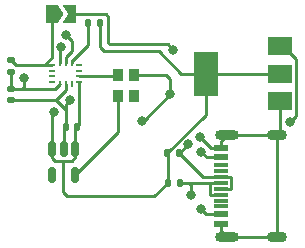
<source format=gbr>
%TF.GenerationSoftware,KiCad,Pcbnew,(6.0.7)*%
%TF.CreationDate,2025-06-10T03:21:35+09:00*%
%TF.ProjectId,AvatarSense,41766174-6172-4536-956e-73652e6b6963,rev?*%
%TF.SameCoordinates,Original*%
%TF.FileFunction,Copper,L1,Top*%
%TF.FilePolarity,Positive*%
%FSLAX46Y46*%
G04 Gerber Fmt 4.6, Leading zero omitted, Abs format (unit mm)*
G04 Created by KiCad (PCBNEW (6.0.7)) date 2025-06-10 03:21:35*
%MOMM*%
%LPD*%
G01*
G04 APERTURE LIST*
G04 Aperture macros list*
%AMRoundRect*
0 Rectangle with rounded corners*
0 $1 Rounding radius*
0 $2 $3 $4 $5 $6 $7 $8 $9 X,Y pos of 4 corners*
0 Add a 4 corners polygon primitive as box body*
4,1,4,$2,$3,$4,$5,$6,$7,$8,$9,$2,$3,0*
0 Add four circle primitives for the rounded corners*
1,1,$1+$1,$2,$3*
1,1,$1+$1,$4,$5*
1,1,$1+$1,$6,$7*
1,1,$1+$1,$8,$9*
0 Add four rect primitives between the rounded corners*
20,1,$1+$1,$2,$3,$4,$5,0*
20,1,$1+$1,$4,$5,$6,$7,0*
20,1,$1+$1,$6,$7,$8,$9,0*
20,1,$1+$1,$8,$9,$2,$3,0*%
%AMFreePoly0*
4,1,6,1.000000,0.000000,0.500000,-0.750000,-0.500000,-0.750000,-0.500000,0.750000,0.500000,0.750000,1.000000,0.000000,1.000000,0.000000,$1*%
%AMFreePoly1*
4,1,6,0.500000,-0.750000,-0.650000,-0.750000,-0.150000,0.000000,-0.650000,0.750000,0.500000,0.750000,0.500000,-0.750000,0.500000,-0.750000,$1*%
G04 Aperture macros list end*
%TA.AperFunction,SMDPad,CuDef*%
%ADD10FreePoly0,0.000000*%
%TD*%
%TA.AperFunction,SMDPad,CuDef*%
%ADD11FreePoly1,0.000000*%
%TD*%
%TA.AperFunction,SMDPad,CuDef*%
%ADD12R,1.160000X0.600000*%
%TD*%
%TA.AperFunction,SMDPad,CuDef*%
%ADD13R,1.160000X0.300000*%
%TD*%
%TA.AperFunction,ComponentPad*%
%ADD14O,2.000000X0.900000*%
%TD*%
%TA.AperFunction,ComponentPad*%
%ADD15O,1.700000X0.900000*%
%TD*%
%TA.AperFunction,SMDPad,CuDef*%
%ADD16RoundRect,0.140000X-0.170000X0.140000X-0.170000X-0.140000X0.170000X-0.140000X0.170000X0.140000X0*%
%TD*%
%TA.AperFunction,SMDPad,CuDef*%
%ADD17RoundRect,0.135000X0.135000X0.185000X-0.135000X0.185000X-0.135000X-0.185000X0.135000X-0.185000X0*%
%TD*%
%TA.AperFunction,SMDPad,CuDef*%
%ADD18RoundRect,0.135000X-0.135000X-0.185000X0.135000X-0.185000X0.135000X0.185000X-0.135000X0.185000X0*%
%TD*%
%TA.AperFunction,SMDPad,CuDef*%
%ADD19RoundRect,0.140000X0.140000X0.170000X-0.140000X0.170000X-0.140000X-0.170000X0.140000X-0.170000X0*%
%TD*%
%TA.AperFunction,SMDPad,CuDef*%
%ADD20R,0.475000X0.250000*%
%TD*%
%TA.AperFunction,SMDPad,CuDef*%
%ADD21R,0.250000X0.475000*%
%TD*%
%TA.AperFunction,SMDPad,CuDef*%
%ADD22RoundRect,0.150000X-0.150000X0.512500X-0.150000X-0.512500X0.150000X-0.512500X0.150000X0.512500X0*%
%TD*%
%TA.AperFunction,SMDPad,CuDef*%
%ADD23R,0.900000X1.100000*%
%TD*%
%TA.AperFunction,SMDPad,CuDef*%
%ADD24RoundRect,0.135000X0.185000X-0.135000X0.185000X0.135000X-0.185000X0.135000X-0.185000X-0.135000X0*%
%TD*%
%TA.AperFunction,SMDPad,CuDef*%
%ADD25R,2.000000X1.500000*%
%TD*%
%TA.AperFunction,SMDPad,CuDef*%
%ADD26R,2.000000X3.800000*%
%TD*%
%TA.AperFunction,ViaPad*%
%ADD27C,0.800000*%
%TD*%
%TA.AperFunction,Conductor*%
%ADD28C,0.250000*%
%TD*%
G04 APERTURE END LIST*
D10*
%TO.P,JP1,1,A*%
%TO.N,Net-(JP1-Pad1)*%
X118875000Y-110000000D03*
D11*
%TO.P,JP1,2,B*%
%TO.N,GND*%
X120325000Y-110000000D03*
%TD*%
D12*
%TO.P,J3,A1,GND*%
%TO.N,GND*%
X133115000Y-127700000D03*
%TO.P,J3,A4,VBUS*%
%TO.N,Net-(U3-Pad3)*%
X133115000Y-126900000D03*
D13*
%TO.P,J3,A5,CC1*%
%TO.N,unconnected-(J3-PadA5)*%
X133115000Y-125750000D03*
%TO.P,J3,A6,D+*%
%TO.N,SCL*%
X133115000Y-124750000D03*
%TO.P,J3,A7,D-*%
%TO.N,SDA*%
X133115000Y-124250000D03*
%TO.P,J3,A8,SBU1*%
%TO.N,unconnected-(J3-PadA8)*%
X133115000Y-123250000D03*
D12*
%TO.P,J3,A9,VBUS*%
%TO.N,Net-(U3-Pad3)*%
X133115000Y-122100000D03*
%TO.P,J3,A12,GND*%
%TO.N,GND*%
X133115000Y-121300000D03*
%TO.P,J3,B1,GND*%
X133115000Y-121300000D03*
%TO.P,J3,B4,VBUS*%
%TO.N,Net-(U3-Pad3)*%
X133115000Y-122100000D03*
D13*
%TO.P,J3,B5,CC2*%
%TO.N,unconnected-(J3-PadB5)*%
X133115000Y-122750000D03*
%TO.P,J3,B6,D+*%
%TO.N,SCL*%
X133115000Y-123750000D03*
%TO.P,J3,B7,D-*%
%TO.N,SDA*%
X133115000Y-125250000D03*
%TO.P,J3,B8,SBU2*%
%TO.N,unconnected-(J3-PadB8)*%
X133115000Y-126250000D03*
D12*
%TO.P,J3,B9,VBUS*%
%TO.N,Net-(U3-Pad3)*%
X133115000Y-126900000D03*
%TO.P,J3,B12,GND*%
%TO.N,GND*%
X133115000Y-127700000D03*
D14*
%TO.P,J3,S1,SHIELD*%
X133695000Y-120180000D03*
D15*
X137865000Y-128820000D03*
X137865000Y-120180000D03*
D14*
X133695000Y-128820000D03*
%TD*%
D16*
%TO.P,C8,1*%
%TO.N,+3V3*%
X115375000Y-116290000D03*
%TO.P,C8,2*%
%TO.N,GND*%
X115375000Y-117250000D03*
%TD*%
D17*
%TO.P,R16,1*%
%TO.N,SDA*%
X129645000Y-124250000D03*
%TO.P,R16,2*%
%TO.N,+3V3*%
X128625000Y-124250000D03*
%TD*%
D18*
%TO.P,R14,1*%
%TO.N,Net-(R14-Pad1)*%
X121855000Y-110750000D03*
%TO.P,R14,2*%
%TO.N,+3V3*%
X122875000Y-110750000D03*
%TD*%
D19*
%TO.P,C7,1*%
%TO.N,+3V3*%
X120960000Y-119500000D03*
%TO.P,C7,2*%
%TO.N,GND*%
X120000000Y-119500000D03*
%TD*%
D20*
%TO.P,U6,1,AP_SDO/AP_AD0*%
%TO.N,Net-(JP1-Pad1)*%
X118837500Y-114250000D03*
%TO.P,U6,2,RESV/AUX1_SDIO/AUX1_SDI/MAS_DA*%
%TO.N,unconnected-(U6-Pad2)*%
X118837500Y-114750000D03*
%TO.P,U6,3,RESV/AUX1_SCLK/MAS_CLK*%
%TO.N,unconnected-(U6-Pad3)*%
X118837500Y-115250000D03*
%TO.P,U6,4,INT1/INT*%
%TO.N,unconnected-(U6-Pad4)*%
X118837500Y-115750000D03*
D21*
%TO.P,U6,5,VDDIO*%
%TO.N,+3V3*%
X119500000Y-115912500D03*
%TO.P,U6,6,GND*%
%TO.N,GND*%
X120000000Y-115912500D03*
%TO.P,U6,7,RESV*%
%TO.N,unconnected-(U6-Pad7)*%
X120500000Y-115912500D03*
D20*
%TO.P,U6,8,VDD*%
%TO.N,+3V3*%
X121162500Y-115750000D03*
%TO.P,U6,9,INT2/FSYNC/CLKIN*%
%TO.N,CLK*%
X121162500Y-115250000D03*
%TO.P,U6,10,RESV/AUX1_CS*%
%TO.N,unconnected-(U6-Pad10)*%
X121162500Y-114750000D03*
%TO.P,U6,11,RESV/AUX1_SDO*%
%TO.N,unconnected-(U6-Pad11)*%
X121162500Y-114250000D03*
D21*
%TO.P,U6,12,AP_CS*%
%TO.N,Net-(R14-Pad1)*%
X120500000Y-114087500D03*
%TO.P,U6,13,AP_SCL/AP_SCLK*%
%TO.N,SCL*%
X120000000Y-114087500D03*
%TO.P,U6,14,AP_SDA/AP_SDIO/AP_SDI*%
%TO.N,SDA*%
X119500000Y-114087500D03*
%TD*%
D22*
%TO.P,U5,1,VIN*%
%TO.N,+3V3*%
X120775000Y-121350000D03*
%TO.P,U5,2,GND*%
%TO.N,GND*%
X119825000Y-121350000D03*
%TO.P,U5,3,EN*%
%TO.N,+3V3*%
X118875000Y-121350000D03*
%TO.P,U5,4,NC*%
%TO.N,unconnected-(U5-Pad4)*%
X118875000Y-123625000D03*
%TO.P,U5,5,VOUT*%
%TO.N,+1V8*%
X120775000Y-123625000D03*
%TD*%
D23*
%TO.P,Y1,1,TRI-STATE*%
%TO.N,unconnected-(Y1-Pad1)*%
X125825000Y-116900000D03*
%TO.P,Y1,2,GROUND*%
%TO.N,GND*%
X125825000Y-115100000D03*
%TO.P,Y1,3,OUTPUT*%
%TO.N,CLK*%
X124425000Y-115100000D03*
%TO.P,Y1,4,VDD*%
%TO.N,+1V8*%
X124425000Y-116900000D03*
%TD*%
D24*
%TO.P,R13,1*%
%TO.N,+3V3*%
X115375000Y-114885000D03*
%TO.P,R13,2*%
%TO.N,Net-(JP1-Pad1)*%
X115375000Y-113865000D03*
%TD*%
D17*
%TO.P,R15,1*%
%TO.N,SCL*%
X129635000Y-121750000D03*
%TO.P,R15,2*%
%TO.N,+3V3*%
X128615000Y-121750000D03*
%TD*%
D25*
%TO.P,U3,1,GND*%
%TO.N,GND*%
X138150000Y-117300000D03*
D26*
%TO.P,U3,2,VO*%
%TO.N,+3V3*%
X131850000Y-115000000D03*
D25*
X138150000Y-115000000D03*
%TO.P,U3,3,VI*%
%TO.N,Net-(U3-Pad3)*%
X138150000Y-112700000D03*
%TD*%
D27*
%TO.N,+3V3*%
X116500000Y-115375000D03*
X119000000Y-118250000D03*
%TO.N,SCL*%
X120000000Y-111750000D03*
X130382299Y-121007299D03*
%TO.N,SDA*%
X119625000Y-112750000D03*
X130625000Y-125250000D03*
%TO.N,GND*%
X129125000Y-113000000D03*
X128875000Y-116750000D03*
X120375000Y-117250000D03*
X131375000Y-120375000D03*
X126500000Y-119000000D03*
%TO.N,Net-(U3-Pad3)*%
X139000000Y-119125000D03*
X131500000Y-126500000D03*
X131500000Y-121625000D03*
%TD*%
D28*
%TO.N,+3V3*%
X116290000Y-116290000D02*
X115375000Y-116290000D01*
X131850000Y-115000000D02*
X138150000Y-115000000D01*
X122875000Y-112750000D02*
X123250000Y-113125000D01*
X127500000Y-125375000D02*
X128625000Y-124250000D01*
X128625000Y-121760000D02*
X128615000Y-121750000D01*
X131850000Y-118515000D02*
X131850000Y-115000000D01*
X119122500Y-116290000D02*
X116290000Y-116290000D01*
X118875000Y-121350000D02*
X118875000Y-122125000D01*
X121162500Y-115750000D02*
X121162500Y-119297500D01*
X128625000Y-124250000D02*
X128625000Y-121760000D01*
X118875000Y-118375000D02*
X119000000Y-118250000D01*
X119750000Y-122375000D02*
X119750000Y-125000000D01*
X118875000Y-122125000D02*
X119125000Y-122375000D01*
X122875000Y-110750000D02*
X122875000Y-112750000D01*
X129750000Y-115000000D02*
X131850000Y-115000000D01*
X119750000Y-122375000D02*
X120500000Y-122375000D01*
X116500000Y-116080000D02*
X116290000Y-116290000D01*
X120500000Y-122375000D02*
X120775000Y-122100000D01*
X120125000Y-125375000D02*
X127500000Y-125375000D01*
X119125000Y-122375000D02*
X119750000Y-122375000D01*
X120775000Y-119685000D02*
X120960000Y-119500000D01*
X116500000Y-115375000D02*
X116500000Y-116080000D01*
X119750000Y-125000000D02*
X120125000Y-125375000D01*
X121162500Y-119297500D02*
X120960000Y-119500000D01*
X120775000Y-122100000D02*
X120775000Y-121350000D01*
X123250000Y-113125000D02*
X127875000Y-113125000D01*
X128615000Y-121750000D02*
X131850000Y-118515000D01*
X115375000Y-114885000D02*
X115375000Y-116290000D01*
X120775000Y-121350000D02*
X120775000Y-119685000D01*
X118875000Y-121350000D02*
X118875000Y-118375000D01*
X127875000Y-113125000D02*
X129750000Y-115000000D01*
X120960000Y-119420000D02*
X120960000Y-119500000D01*
X119500000Y-115912500D02*
X119122500Y-116290000D01*
%TO.N,Net-(JP1-Pad1)*%
X118875000Y-113625000D02*
X118250000Y-114250000D01*
X118875000Y-110000000D02*
X118875000Y-113625000D01*
X115760000Y-114250000D02*
X118250000Y-114250000D01*
X118250000Y-114250000D02*
X118837500Y-114250000D01*
X115375000Y-113865000D02*
X115760000Y-114250000D01*
%TO.N,Net-(R14-Pad1)*%
X121855000Y-110750000D02*
X121855000Y-112545000D01*
X121855000Y-112545000D02*
X120500000Y-113900000D01*
X120500000Y-113900000D02*
X120500000Y-114087500D01*
%TO.N,SCL*%
X133115000Y-124750000D02*
X133995000Y-124750000D01*
X129635000Y-121750000D02*
X129639598Y-121750000D01*
X134020000Y-123775000D02*
X133995000Y-123750000D01*
X133995000Y-123750000D02*
X133115000Y-123750000D01*
X120500000Y-112250000D02*
X120500000Y-113125000D01*
X120500000Y-113125000D02*
X120000000Y-113625000D01*
X131635000Y-123750000D02*
X129635000Y-121750000D01*
X133115000Y-123750000D02*
X131635000Y-123750000D01*
X134020000Y-124725000D02*
X134020000Y-123775000D01*
X133995000Y-124750000D02*
X134020000Y-124725000D01*
X120000000Y-111750000D02*
X120500000Y-112250000D01*
X129639598Y-121750000D02*
X130382299Y-121007299D01*
X120000000Y-113625000D02*
X120000000Y-114087500D01*
%TO.N,SDA*%
X129670000Y-124275000D02*
X129645000Y-124250000D01*
X132235000Y-125250000D02*
X132210000Y-125225000D01*
X119500000Y-114087500D02*
X119500000Y-112875000D01*
X132210000Y-124275000D02*
X130475000Y-124275000D01*
X132210000Y-125225000D02*
X132210000Y-124275000D01*
X130475000Y-124275000D02*
X129670000Y-124275000D01*
X132210000Y-124275000D02*
X132235000Y-124250000D01*
X132235000Y-124250000D02*
X133115000Y-124250000D01*
X119500000Y-112875000D02*
X119625000Y-112750000D01*
X130625000Y-124425000D02*
X130475000Y-124275000D01*
X130625000Y-125250000D02*
X130625000Y-124425000D01*
X133115000Y-125250000D02*
X132235000Y-125250000D01*
%TO.N,+1V8*%
X124425000Y-116900000D02*
X124425000Y-119975000D01*
X124425000Y-119975000D02*
X120775000Y-123625000D01*
%TO.N,CLK*%
X124275000Y-115250000D02*
X121162500Y-115250000D01*
X124425000Y-115100000D02*
X124275000Y-115250000D01*
%TO.N,GND*%
X126625000Y-119000000D02*
X128875000Y-116750000D01*
X120000000Y-117625000D02*
X120375000Y-117250000D01*
X133115000Y-121300000D02*
X132300000Y-121300000D01*
X115375000Y-117250000D02*
X119175000Y-117250000D01*
X123625000Y-110250000D02*
X123625000Y-112375000D01*
X126750000Y-112500000D02*
X128625000Y-112500000D01*
X120000000Y-118075000D02*
X120000000Y-117625000D01*
X133695000Y-128820000D02*
X137865000Y-128820000D01*
X123375000Y-110000000D02*
X123625000Y-110250000D01*
X138150000Y-117300000D02*
X138150000Y-119895000D01*
X119825000Y-121350000D02*
X119825000Y-119675000D01*
X138150000Y-119895000D02*
X137865000Y-120180000D01*
X132300000Y-121300000D02*
X131375000Y-120375000D01*
X137865000Y-120180000D02*
X137865000Y-128820000D01*
X128875000Y-115500000D02*
X128475000Y-115100000D01*
X119175000Y-117250000D02*
X120000000Y-116425000D01*
X120000000Y-118075000D02*
X119175000Y-117250000D01*
X120325000Y-110000000D02*
X123375000Y-110000000D01*
X128625000Y-112500000D02*
X129125000Y-113000000D01*
X120000000Y-119500000D02*
X120000000Y-118075000D01*
X128875000Y-116750000D02*
X128875000Y-115500000D01*
X120000000Y-116425000D02*
X120000000Y-115912500D01*
X133115000Y-127700000D02*
X133115000Y-128240000D01*
X125825000Y-115100000D02*
X128475000Y-115100000D01*
X123750000Y-112500000D02*
X126750000Y-112500000D01*
X126500000Y-119000000D02*
X126625000Y-119000000D01*
X133115000Y-128240000D02*
X133695000Y-128820000D01*
X133115000Y-121300000D02*
X133115000Y-120760000D01*
X133695000Y-120180000D02*
X137865000Y-120180000D01*
X123625000Y-112375000D02*
X123750000Y-112500000D01*
X119825000Y-119675000D02*
X120000000Y-119500000D01*
X133115000Y-120760000D02*
X133695000Y-120180000D01*
%TO.N,Net-(U3-Pad3)*%
X133115000Y-126900000D02*
X131900000Y-126900000D01*
X138400000Y-112700000D02*
X139500000Y-113800000D01*
X139500000Y-118500000D02*
X139500000Y-118625000D01*
X138150000Y-112700000D02*
X138400000Y-112700000D01*
X131500000Y-121625000D02*
X131975000Y-122100000D01*
X131900000Y-126900000D02*
X131500000Y-126500000D01*
X131975000Y-122100000D02*
X133115000Y-122100000D01*
X139500000Y-113800000D02*
X139500000Y-118500000D01*
X139500000Y-118625000D02*
X139000000Y-119125000D01*
%TD*%
M02*

</source>
